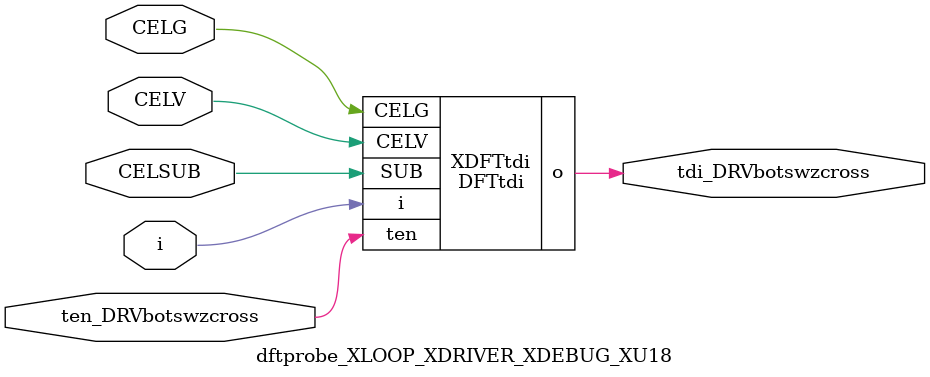
<source format=v>


module DFTtdi ( o, CELV, SUB, i, ten, CELG );

  input CELV;
  input ten;
  input i;
  output o;
  input CELG;
  input SUB;
endmodule


module dftprobe_XLOOP_XDRIVER_XDEBUG_XU18 (i,tdi_DRVbotswzcross,ten_DRVbotswzcross,CELG,CELSUB,CELV);
input  i;
output  tdi_DRVbotswzcross;
input  ten_DRVbotswzcross;
input  CELG;
input  CELSUB;
input  CELV;

DFTtdi XDFTtdi(
  .i (i),
  .o (tdi_DRVbotswzcross),
  .ten (ten_DRVbotswzcross),
  .CELG (CELG),
  .SUB (CELSUB),
  .CELV (CELV)
);

endmodule


</source>
